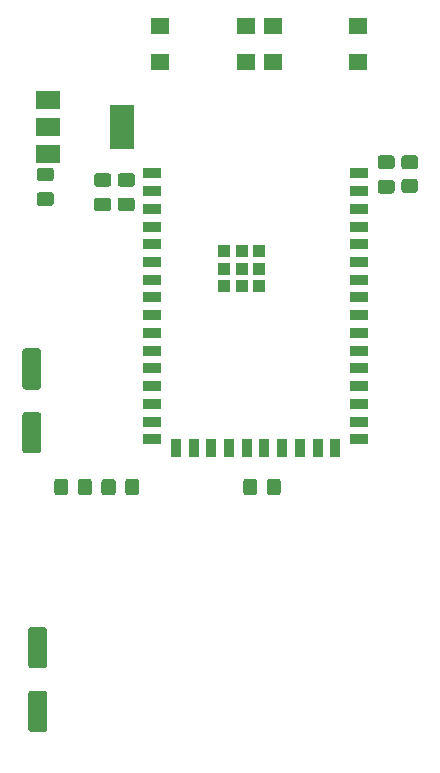
<source format=gtp>
G04 #@! TF.GenerationSoftware,KiCad,Pcbnew,(5.1.9)-1*
G04 #@! TF.CreationDate,2021-11-04T11:44:39-05:00*
G04 #@! TF.ProjectId,MuscleRoller,4d757363-6c65-4526-9f6c-6c65722e6b69,rev?*
G04 #@! TF.SameCoordinates,Original*
G04 #@! TF.FileFunction,Paste,Top*
G04 #@! TF.FilePolarity,Positive*
%FSLAX46Y46*%
G04 Gerber Fmt 4.6, Leading zero omitted, Abs format (unit mm)*
G04 Created by KiCad (PCBNEW (5.1.9)-1) date 2021-11-04 11:44:39*
%MOMM*%
%LPD*%
G01*
G04 APERTURE LIST*
%ADD10R,1.600000X1.400000*%
%ADD11R,1.100000X1.100000*%
%ADD12R,1.500000X0.900000*%
%ADD13R,0.900000X1.500000*%
%ADD14R,2.000000X1.500000*%
%ADD15R,2.000000X3.800000*%
G04 APERTURE END LIST*
D10*
X90400000Y-56500000D03*
X97600000Y-56500000D03*
X97600000Y-53500000D03*
X90400000Y-53500000D03*
X99900000Y-56500000D03*
X107100000Y-56500000D03*
X107100000Y-53500000D03*
X99900000Y-53500000D03*
D11*
X98760000Y-75500000D03*
X97260000Y-75500000D03*
X95760000Y-75500000D03*
X95760000Y-74000000D03*
X95760000Y-72500000D03*
X97260000Y-72500000D03*
X98760000Y-72500000D03*
X98760000Y-74000000D03*
X97260000Y-74000000D03*
D12*
X107200000Y-65950000D03*
X107200000Y-67450000D03*
X107200000Y-68950000D03*
X107200000Y-70450000D03*
X107200000Y-71950000D03*
X107200000Y-73450000D03*
X107200000Y-74950000D03*
X107200000Y-76450000D03*
X107200000Y-77950000D03*
X107200000Y-79450000D03*
X107200000Y-80950000D03*
X107200000Y-82450000D03*
X107200000Y-83950000D03*
X107200000Y-85450000D03*
X107200000Y-86950000D03*
X107200000Y-88450000D03*
D13*
X105200000Y-89200000D03*
X103700000Y-89200000D03*
X102200000Y-89200000D03*
X100700000Y-89200000D03*
X99200000Y-89200000D03*
X97700000Y-89200000D03*
X96200000Y-89200000D03*
X94700000Y-89200000D03*
X93200000Y-89200000D03*
X91700000Y-89200000D03*
D12*
X89700000Y-65950000D03*
X89700000Y-67450000D03*
X89700000Y-68950000D03*
X89700000Y-70450000D03*
X89700000Y-71950000D03*
X89700000Y-73450000D03*
X89700000Y-74950000D03*
X89700000Y-76450000D03*
X89700000Y-77950000D03*
X89700000Y-79450000D03*
X89700000Y-80950000D03*
X89700000Y-82450000D03*
X89700000Y-83950000D03*
X89700000Y-85450000D03*
X89700000Y-86950000D03*
X89700000Y-88450000D03*
D14*
X80850000Y-59700000D03*
X80850000Y-64300000D03*
X80850000Y-62000000D03*
D15*
X87150000Y-62000000D03*
G36*
G01*
X98600000Y-92049999D02*
X98600000Y-92950001D01*
G75*
G02*
X98350001Y-93200000I-249999J0D01*
G01*
X97649999Y-93200000D01*
G75*
G02*
X97400000Y-92950001I0J249999D01*
G01*
X97400000Y-92049999D01*
G75*
G02*
X97649999Y-91800000I249999J0D01*
G01*
X98350001Y-91800000D01*
G75*
G02*
X98600000Y-92049999I0J-249999D01*
G01*
G37*
G36*
G01*
X100600000Y-92049999D02*
X100600000Y-92950001D01*
G75*
G02*
X100350001Y-93200000I-249999J0D01*
G01*
X99649999Y-93200000D01*
G75*
G02*
X99400000Y-92950001I0J249999D01*
G01*
X99400000Y-92049999D01*
G75*
G02*
X99649999Y-91800000I249999J0D01*
G01*
X100350001Y-91800000D01*
G75*
G02*
X100600000Y-92049999I0J-249999D01*
G01*
G37*
G36*
G01*
X111049999Y-66400000D02*
X111950001Y-66400000D01*
G75*
G02*
X112200000Y-66649999I0J-249999D01*
G01*
X112200000Y-67350001D01*
G75*
G02*
X111950001Y-67600000I-249999J0D01*
G01*
X111049999Y-67600000D01*
G75*
G02*
X110800000Y-67350001I0J249999D01*
G01*
X110800000Y-66649999D01*
G75*
G02*
X111049999Y-66400000I249999J0D01*
G01*
G37*
G36*
G01*
X111049999Y-64400000D02*
X111950001Y-64400000D01*
G75*
G02*
X112200000Y-64649999I0J-249999D01*
G01*
X112200000Y-65350001D01*
G75*
G02*
X111950001Y-65600000I-249999J0D01*
G01*
X111049999Y-65600000D01*
G75*
G02*
X110800000Y-65350001I0J249999D01*
G01*
X110800000Y-64649999D01*
G75*
G02*
X111049999Y-64400000I249999J0D01*
G01*
G37*
G36*
G01*
X87400000Y-92950001D02*
X87400000Y-92049999D01*
G75*
G02*
X87649999Y-91800000I249999J0D01*
G01*
X88350001Y-91800000D01*
G75*
G02*
X88600000Y-92049999I0J-249999D01*
G01*
X88600000Y-92950001D01*
G75*
G02*
X88350001Y-93200000I-249999J0D01*
G01*
X87649999Y-93200000D01*
G75*
G02*
X87400000Y-92950001I0J249999D01*
G01*
G37*
G36*
G01*
X85400000Y-92950001D02*
X85400000Y-92049999D01*
G75*
G02*
X85649999Y-91800000I249999J0D01*
G01*
X86350001Y-91800000D01*
G75*
G02*
X86600000Y-92049999I0J-249999D01*
G01*
X86600000Y-92950001D01*
G75*
G02*
X86350001Y-93200000I-249999J0D01*
G01*
X85649999Y-93200000D01*
G75*
G02*
X85400000Y-92950001I0J249999D01*
G01*
G37*
G36*
G01*
X83400000Y-92950001D02*
X83400000Y-92049999D01*
G75*
G02*
X83649999Y-91800000I249999J0D01*
G01*
X84350001Y-91800000D01*
G75*
G02*
X84600000Y-92049999I0J-249999D01*
G01*
X84600000Y-92950001D01*
G75*
G02*
X84350001Y-93200000I-249999J0D01*
G01*
X83649999Y-93200000D01*
G75*
G02*
X83400000Y-92950001I0J249999D01*
G01*
G37*
G36*
G01*
X81400000Y-92950001D02*
X81400000Y-92049999D01*
G75*
G02*
X81649999Y-91800000I249999J0D01*
G01*
X82350001Y-91800000D01*
G75*
G02*
X82600000Y-92049999I0J-249999D01*
G01*
X82600000Y-92950001D01*
G75*
G02*
X82350001Y-93200000I-249999J0D01*
G01*
X81649999Y-93200000D01*
G75*
G02*
X81400000Y-92950001I0J249999D01*
G01*
G37*
G36*
G01*
X109975000Y-65587500D02*
X109025000Y-65587500D01*
G75*
G02*
X108775000Y-65337500I0J250000D01*
G01*
X108775000Y-64662500D01*
G75*
G02*
X109025000Y-64412500I250000J0D01*
G01*
X109975000Y-64412500D01*
G75*
G02*
X110225000Y-64662500I0J-250000D01*
G01*
X110225000Y-65337500D01*
G75*
G02*
X109975000Y-65587500I-250000J0D01*
G01*
G37*
G36*
G01*
X109975000Y-67662500D02*
X109025000Y-67662500D01*
G75*
G02*
X108775000Y-67412500I0J250000D01*
G01*
X108775000Y-66737500D01*
G75*
G02*
X109025000Y-66487500I250000J0D01*
G01*
X109975000Y-66487500D01*
G75*
G02*
X110225000Y-66737500I0J-250000D01*
G01*
X110225000Y-67412500D01*
G75*
G02*
X109975000Y-67662500I-250000J0D01*
G01*
G37*
G36*
G01*
X85975000Y-67087500D02*
X85025000Y-67087500D01*
G75*
G02*
X84775000Y-66837500I0J250000D01*
G01*
X84775000Y-66162500D01*
G75*
G02*
X85025000Y-65912500I250000J0D01*
G01*
X85975000Y-65912500D01*
G75*
G02*
X86225000Y-66162500I0J-250000D01*
G01*
X86225000Y-66837500D01*
G75*
G02*
X85975000Y-67087500I-250000J0D01*
G01*
G37*
G36*
G01*
X85975000Y-69162500D02*
X85025000Y-69162500D01*
G75*
G02*
X84775000Y-68912500I0J250000D01*
G01*
X84775000Y-68237500D01*
G75*
G02*
X85025000Y-67987500I250000J0D01*
G01*
X85975000Y-67987500D01*
G75*
G02*
X86225000Y-68237500I0J-250000D01*
G01*
X86225000Y-68912500D01*
G75*
G02*
X85975000Y-69162500I-250000J0D01*
G01*
G37*
G36*
G01*
X80050000Y-84250000D02*
X78950000Y-84250000D01*
G75*
G02*
X78700000Y-84000000I0J250000D01*
G01*
X78700000Y-81000000D01*
G75*
G02*
X78950000Y-80750000I250000J0D01*
G01*
X80050000Y-80750000D01*
G75*
G02*
X80300000Y-81000000I0J-250000D01*
G01*
X80300000Y-84000000D01*
G75*
G02*
X80050000Y-84250000I-250000J0D01*
G01*
G37*
G36*
G01*
X80050000Y-89650000D02*
X78950000Y-89650000D01*
G75*
G02*
X78700000Y-89400000I0J250000D01*
G01*
X78700000Y-86400000D01*
G75*
G02*
X78950000Y-86150000I250000J0D01*
G01*
X80050000Y-86150000D01*
G75*
G02*
X80300000Y-86400000I0J-250000D01*
G01*
X80300000Y-89400000D01*
G75*
G02*
X80050000Y-89650000I-250000J0D01*
G01*
G37*
G36*
G01*
X80550000Y-107850000D02*
X79450000Y-107850000D01*
G75*
G02*
X79200000Y-107600000I0J250000D01*
G01*
X79200000Y-104600000D01*
G75*
G02*
X79450000Y-104350000I250000J0D01*
G01*
X80550000Y-104350000D01*
G75*
G02*
X80800000Y-104600000I0J-250000D01*
G01*
X80800000Y-107600000D01*
G75*
G02*
X80550000Y-107850000I-250000J0D01*
G01*
G37*
G36*
G01*
X80550000Y-113250000D02*
X79450000Y-113250000D01*
G75*
G02*
X79200000Y-113000000I0J250000D01*
G01*
X79200000Y-110000000D01*
G75*
G02*
X79450000Y-109750000I250000J0D01*
G01*
X80550000Y-109750000D01*
G75*
G02*
X80800000Y-110000000I0J-250000D01*
G01*
X80800000Y-113000000D01*
G75*
G02*
X80550000Y-113250000I-250000J0D01*
G01*
G37*
G36*
G01*
X87975000Y-67087500D02*
X87025000Y-67087500D01*
G75*
G02*
X86775000Y-66837500I0J250000D01*
G01*
X86775000Y-66162500D01*
G75*
G02*
X87025000Y-65912500I250000J0D01*
G01*
X87975000Y-65912500D01*
G75*
G02*
X88225000Y-66162500I0J-250000D01*
G01*
X88225000Y-66837500D01*
G75*
G02*
X87975000Y-67087500I-250000J0D01*
G01*
G37*
G36*
G01*
X87975000Y-69162500D02*
X87025000Y-69162500D01*
G75*
G02*
X86775000Y-68912500I0J250000D01*
G01*
X86775000Y-68237500D01*
G75*
G02*
X87025000Y-67987500I250000J0D01*
G01*
X87975000Y-67987500D01*
G75*
G02*
X88225000Y-68237500I0J-250000D01*
G01*
X88225000Y-68912500D01*
G75*
G02*
X87975000Y-69162500I-250000J0D01*
G01*
G37*
G36*
G01*
X80170000Y-67527500D02*
X81120000Y-67527500D01*
G75*
G02*
X81370000Y-67777500I0J-250000D01*
G01*
X81370000Y-68452500D01*
G75*
G02*
X81120000Y-68702500I-250000J0D01*
G01*
X80170000Y-68702500D01*
G75*
G02*
X79920000Y-68452500I0J250000D01*
G01*
X79920000Y-67777500D01*
G75*
G02*
X80170000Y-67527500I250000J0D01*
G01*
G37*
G36*
G01*
X80170000Y-65452500D02*
X81120000Y-65452500D01*
G75*
G02*
X81370000Y-65702500I0J-250000D01*
G01*
X81370000Y-66377500D01*
G75*
G02*
X81120000Y-66627500I-250000J0D01*
G01*
X80170000Y-66627500D01*
G75*
G02*
X79920000Y-66377500I0J250000D01*
G01*
X79920000Y-65702500D01*
G75*
G02*
X80170000Y-65452500I250000J0D01*
G01*
G37*
M02*

</source>
